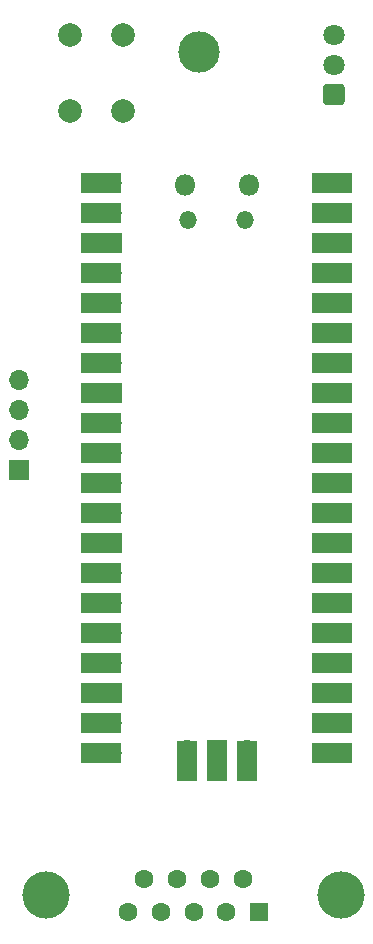
<source format=gbr>
%TF.GenerationSoftware,KiCad,Pcbnew,(5.1.10)-1*%
%TF.CreationDate,2021-12-02T15:45:15+11:00*%
%TF.ProjectId,BKM-10Rp2040,424b4d2d-3130-4527-9032-3034302e6b69,rev?*%
%TF.SameCoordinates,Original*%
%TF.FileFunction,Soldermask,Bot*%
%TF.FilePolarity,Negative*%
%FSLAX46Y46*%
G04 Gerber Fmt 4.6, Leading zero omitted, Abs format (unit mm)*
G04 Created by KiCad (PCBNEW (5.1.10)-1) date 2021-12-02 15:45:15*
%MOMM*%
%LPD*%
G01*
G04 APERTURE LIST*
%ADD10C,3.500000*%
%ADD11O,1.700000X1.700000*%
%ADD12R,1.700000X3.500000*%
%ADD13R,1.700000X1.700000*%
%ADD14O,1.500000X1.500000*%
%ADD15O,1.800000X1.800000*%
%ADD16R,3.500000X1.700000*%
%ADD17C,1.800000*%
%ADD18C,2.000000*%
%ADD19C,4.000000*%
%ADD20C,1.600000*%
%ADD21R,1.600000X1.600000*%
G04 APERTURE END LIST*
D10*
%TO.C,H1*%
X128315720Y-65000000D03*
%TD*%
D11*
%TO.C,U2*%
X127244999Y-124095000D03*
D12*
X127244999Y-124995000D03*
D13*
X129784999Y-124095000D03*
D12*
X129784999Y-124995000D03*
D11*
X132324999Y-124095000D03*
D12*
X132324999Y-124995000D03*
D14*
X127359999Y-79225000D03*
X132209999Y-79225000D03*
D15*
X127059999Y-76195000D03*
X132509999Y-76195000D03*
D16*
X119994999Y-124325000D03*
X119994999Y-121785000D03*
X119994999Y-119245000D03*
X119994999Y-116705000D03*
X119994999Y-114165000D03*
X119994999Y-111625000D03*
X119994999Y-109085000D03*
X119994999Y-106545000D03*
X119994999Y-104005000D03*
X119994999Y-101465000D03*
X119994999Y-98925000D03*
X119994999Y-96385000D03*
X119994999Y-93845000D03*
X119994999Y-91305000D03*
X119994999Y-88765000D03*
X119994999Y-86225000D03*
X119994999Y-83685000D03*
X119994999Y-81145000D03*
X119994999Y-78605000D03*
X119994999Y-76065000D03*
X139574999Y-124325000D03*
X139574999Y-121785000D03*
X139574999Y-119245000D03*
X139574999Y-116705000D03*
X139574999Y-114165000D03*
X139574999Y-111625000D03*
X139574999Y-109085000D03*
X139574999Y-106545000D03*
X139574999Y-104005000D03*
X139574999Y-101465000D03*
X139574999Y-98925000D03*
X139574999Y-96385000D03*
X139574999Y-93845000D03*
X139574999Y-91305000D03*
X139574999Y-88765000D03*
X139574999Y-86225000D03*
X139574999Y-83685000D03*
X139574999Y-81145000D03*
X139574999Y-78605000D03*
X139574999Y-76065000D03*
D11*
X120894999Y-76065000D03*
X120894999Y-78605000D03*
D13*
X120894999Y-81145000D03*
D11*
X120894999Y-83685000D03*
X120894999Y-86225000D03*
X120894999Y-88765000D03*
X120894999Y-91305000D03*
D13*
X120894999Y-93845000D03*
D11*
X120894999Y-96385000D03*
X120894999Y-98925000D03*
X120894999Y-101465000D03*
X120894999Y-104005000D03*
D13*
X120894999Y-106545000D03*
D11*
X120894999Y-109085000D03*
X120894999Y-111625000D03*
X120894999Y-114165000D03*
X120894999Y-116705000D03*
D13*
X120894999Y-119245000D03*
D11*
X120894999Y-121785000D03*
X120894999Y-124325000D03*
X138674999Y-124325000D03*
X138674999Y-121785000D03*
D13*
X138674999Y-119245000D03*
D11*
X138674999Y-116705000D03*
X138674999Y-114165000D03*
X138674999Y-111625000D03*
X138674999Y-109085000D03*
D13*
X138674999Y-106545000D03*
D11*
X138674999Y-104005000D03*
X138674999Y-101465000D03*
X138674999Y-98925000D03*
X138674999Y-96385000D03*
D13*
X138674999Y-93845000D03*
D11*
X138674999Y-91305000D03*
X138674999Y-88765000D03*
X138674999Y-86225000D03*
X138674999Y-83685000D03*
D13*
X138674999Y-81145000D03*
D11*
X138674999Y-78605000D03*
X138674999Y-76065000D03*
%TD*%
%TO.C,J2*%
X113030000Y-92710000D03*
X113030000Y-95250000D03*
X113030000Y-97790000D03*
D13*
X113030000Y-100330000D03*
%TD*%
D17*
%TO.C,U3*%
X139700000Y-63500000D03*
X139700000Y-66040000D03*
G36*
G01*
X140349800Y-69480000D02*
X139050200Y-69480000D01*
G75*
G02*
X138800000Y-69229800I0J250200D01*
G01*
X138800000Y-67930200D01*
G75*
G02*
X139050200Y-67680000I250200J0D01*
G01*
X140349800Y-67680000D01*
G75*
G02*
X140600000Y-67930200I0J-250200D01*
G01*
X140600000Y-69229800D01*
G75*
G02*
X140349800Y-69480000I-250200J0D01*
G01*
G37*
%TD*%
D18*
%TO.C,SW1*%
X121843800Y-69994920D03*
X117343800Y-69994920D03*
X121843800Y-63494920D03*
X117343800Y-63494920D03*
%TD*%
D19*
%TO.C,J1*%
X140310000Y-136375000D03*
X115310000Y-136375000D03*
D20*
X123655000Y-134955000D03*
X126425000Y-134955000D03*
X129195000Y-134955000D03*
X131965000Y-134955000D03*
X122270000Y-137795000D03*
X125040000Y-137795000D03*
X127810000Y-137795000D03*
X130580000Y-137795000D03*
D21*
X133350000Y-137795000D03*
%TD*%
M02*

</source>
